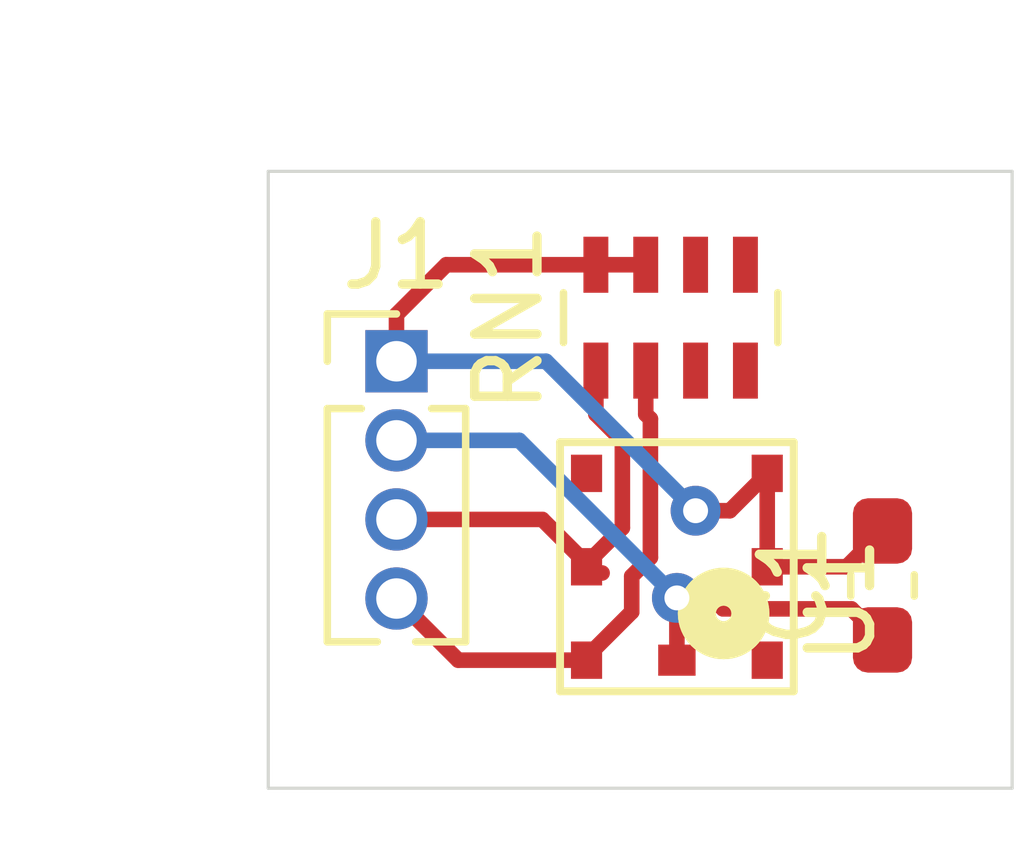
<source format=kicad_pcb>
(kicad_pcb (version 20211014) (generator pcbnew)
  (layers (0 "F.Cu" signal) (31 "B.Cu" signal) (34 "B.Paste" user) (35 "F.Paste" user) (36 "B.SilkS" user "B.Silkscreen") (37 "F.SilkS" user "F.Silkscreen") (38 "B.Mask" user) (39 "F.Mask" user) (44 "Edge.Cuts" user))
  (net 0 "")
  (net 1 "+3V3")
  (net 2 "GND")
  (net 3 "Net-(RN1-Pad5)")
  (net 4 "Net-(RN1-Pad6)")
  (net 5 "Net-(RN1-Pad4)")
  (net 6 "/SCL")
  (net 7 "Net-(RN1-Pad3)")
  (net 8 "/SDA")
  (net 9 "Net-(U1-Pad4)")
  (net 10 "Net-(U1-Pad1)")
  (footprint "Capacitor_SMD:C_0603_1608Metric_Pad1.05x0.95mm_HandSolder" (layer "F.Cu") (at 28.4 38.4 90)
    (fp_text reference "C1" (at 0 -1.43 90) (layer "F.SilkS"))
    (fp_text value "C104,0603")
    (fp_line (start -0.171267 0.51) (end 0.171267 0.51) (layer "F.SilkS") (width 0.12))
    (fp_line (start -0.171267 -0.51) (end 0.171267 -0.51) (layer "F.SilkS") (width 0.12))
    (pad "1" smd roundrect locked (at -0.875 0 90) (size 1.05 0.95) (layers "F.Cu" "F.Paste" "F.Mask") (net 2 "GND"))
    (pad "2" smd roundrect locked (at 0.875 0 90) (size 1.05 0.95) (layers "F.Cu" "F.Paste" "F.Mask") (net 1 "+3V3"))
  )
  (footprint "Resistor_SMD:R_Array_Concave_4x0603" (layer "F.Cu") (at 25 34.1 90)
    (fp_text reference "RN1" (at 0 -2.6 90) (layer "F.SilkS"))
    (fp_text value "RN_103,0603")
    (fp_line (start 0.4 1.72) (end -0.4 1.72) (layer "F.SilkS") (width 0.12))
    (fp_line (start 0.4 -1.72) (end -0.4 -1.72) (layer "F.SilkS") (width 0.12))
    (pad "1" smd rect locked (at -0.85 -1.2 90) (size 0.9 0.4) (layers "F.Cu" "F.Paste" "F.Mask") (net 6 "/SCL"))
    (pad "2" smd rect locked (at -0.85 -0.4 90) (size 0.9 0.4) (layers "F.Cu" "F.Paste" "F.Mask") (net 8 "/SDA"))
    (pad "3" smd rect locked (at -0.85 0.4 90) (size 0.9 0.4) (layers "F.Cu" "F.Paste" "F.Mask") (net 7 "Net-(RN1-Pad3)"))
    (pad "4" smd rect locked (at -0.85 1.2 90) (size 0.9 0.4) (layers "F.Cu" "F.Paste" "F.Mask") (net 5 "Net-(RN1-Pad4)"))
    (pad "5" smd rect locked (at 0.85 1.2 90) (size 0.9 0.4) (layers "F.Cu" "F.Paste" "F.Mask") (net 3 "Net-(RN1-Pad5)"))
    (pad "6" smd rect locked (at 0.85 0.4 90) (size 0.9 0.4) (layers "F.Cu" "F.Paste" "F.Mask") (net 4 "Net-(RN1-Pad6)"))
    (pad "7" smd rect locked (at 0.85 -0.4 90) (size 0.9 0.4) (layers "F.Cu" "F.Paste" "F.Mask") (net 1 "+3V3"))
    (pad "8" smd rect locked (at 0.85 -1.2 90) (size 0.9 0.4) (layers "F.Cu" "F.Paste" "F.Mask") (net 1 "+3V3"))
  )
  (footprint "footprint-lib:BMP180" (layer "F.Cu") (at 25.1 38.1 -90)
    (fp_text reference "U1" (at 0.54054 -2.63763 90) (layer "F.SilkS"))
    (fp_text value "BMP180" hide)
    (fp_line (start -2 1.875) (end 2 1.875) (layer "F.SilkS") (width 0.127))
    (fp_line (start -2 -1.875) (end -2 1.875) (layer "F.SilkS") (width 0.127))
    (fp_line (start 2 1.875) (end 2 -1.875) (layer "F.SilkS") (width 0.127))
    (fp_line (start 2 -1.875) (end -2 -1.875) (layer "F.SilkS") (width 0.127))
    (fp_circle (center 0.75 -0.75) (end 0.875 -0.75) (layer "F.SilkS") (width 0.6096) (fill none))
    (fp_circle (center 0.75 -0.75) (end 0.875 -0.75) (layer "F.SilkS") (width 0.6096) (fill none))
    (pad "1" smd rect locked (at 1.5 -1.45) (size 0.5 0.6) (layers "F.Cu" "F.Paste" "F.Mask") (net 10 "Net-(U1-Pad1)"))
    (pad "2" smd rect locked (at 0 -1.45) (size 0.5 0.6) (layers "F.Cu" "F.Paste" "F.Mask") (net 1 "+3V3"))
    (pad "3" smd rect locked (at -1.5 -1.45) (size 0.5 0.6) (layers "F.Cu" "F.Paste" "F.Mask") (net 1 "+3V3"))
    (pad "4" smd rect locked (at -1.5 1.45) (size 0.5 0.6) (layers "F.Cu" "F.Paste" "F.Mask") (net 9 "Net-(U1-Pad4)"))
    (pad "5" smd rect locked (at 0 1.45) (size 0.5 0.6) (layers "F.Cu" "F.Paste" "F.Mask") (net 6 "/SCL"))
    (pad "6" smd rect locked (at 1.5 1.45) (size 0.5 0.6) (layers "F.Cu" "F.Paste" "F.Mask") (net 8 "/SDA"))
    (pad "7" smd rect locked (at 1.5 0 90) (size 0.5 0.6) (layers "F.Cu" "F.Paste" "F.Mask") (net 2 "GND"))
  )
  (footprint "Connector_PinHeader_1.27mm:PinHeader_1x04_P1.27mm_Vertical" (layer "F.Cu") (at 20.6 34.8)
    (fp_text reference "J1" (at 0 -1.695) (layer "F.SilkS"))
    (fp_text value "BMP180_HEADER")
    (fp_line (start -1.11 0) (end -1.11 -0.76) (layer "F.SilkS") (width 0.12))
    (fp_line (start -1.11 0.76) (end -0.563471 0.76) (layer "F.SilkS") (width 0.12))
    (fp_line (start 1.11 0.76) (end 1.11 4.505) (layer "F.SilkS") (width 0.12))
    (fp_line (start -1.11 4.505) (end -0.30753 4.505) (layer "F.SilkS") (width 0.12))
    (fp_line (start 0.563471 0.76) (end 1.11 0.76) (layer "F.SilkS") (width 0.12))
    (fp_line (start -1.11 -0.76) (end 0 -0.76) (layer "F.SilkS") (width 0.12))
    (fp_line (start 0.30753 4.505) (end 1.11 4.505) (layer "F.SilkS") (width 0.12))
    (fp_line (start -1.11 0.76) (end -1.11 4.505) (layer "F.SilkS") (width 0.12))
    (pad "1" thru_hole rect locked (at 0 0) (size 1 1) (drill 0.65) (layers *.Cu *.Mask) (net 1 "+3V3"))
    (pad "2" thru_hole oval locked (at 0 1.27) (size 1 1) (drill 0.65) (layers *.Cu *.Mask) (net 2 "GND"))
    (pad "3" thru_hole oval locked (at 0 2.54) (size 1 1) (drill 0.65) (layers *.Cu *.Mask) (net 6 "/SCL"))
    (pad "4" thru_hole oval locked (at 0 3.81) (size 1 1) (drill 0.65) (layers *.Cu *.Mask) (net 8 "/SDA"))
  )
  (gr_line (start 30.48 31.75) (end 18.542 31.75) (layer "Edge.Cuts") (width 0.05))
  (gr_line (start 30.48 41.656) (end 30.48 31.75) (layer "Edge.Cuts") (width 0.05))
  (gr_line (start 18.542 41.656) (end 30.48 41.656) (layer "Edge.Cuts") (width 0.05))
  (gr_line (start 18.542 31.75) (end 18.542 41.656) (layer "Edge.Cuts") (width 0.05))
  (segment (start 25.400026 37.2) (end 25.95 37.2) (width 0.25) (layer "F.Cu") (net 1))
  (segment (start 27.825 38.1) (end 28.4 37.525) (width 0.25) (layer "F.Cu") (net 1))
  (segment (start 26.55 36.6) (end 26.55 38.1) (width 0.25) (layer "F.Cu") (net 1))
  (segment (start 26.55 38.1) (end 27.825 38.1) (width 0.25) (layer "F.Cu") (net 1))
  (segment (start 20.6 34.05) (end 20.6 34.8) (width 0.25) (layer "F.Cu") (net 1))
  (segment (start 21.4 33.25) (end 20.6 34.05) (width 0.25) (layer "F.Cu") (net 1))
  (segment (start 25.95 37.2) (end 26.55 36.6) (width 0.25) (layer "F.Cu") (net 1))
  (segment (start 24.6 33.25) (end 21.4 33.25) (width 0.25) (layer "F.Cu") (net 1))
  (via (at 25.400026 37.2) (size 0.8) (drill 0.4) (layers "F.Cu" "B.Cu") (net 1))
  (segment (start 20.6 34.8) (end 23.000026 34.8) (width 0.25) (layer "B.Cu") (net 1))
  (segment (start 23.000026 34.8) (end 25.400026 37.2) (width 0.25) (layer "B.Cu") (net 1))
  (segment (start 25.841613 38.775928) (end 25.665685 38.6) (width 0.25) (layer "F.Cu") (net 2))
  (segment (start 28.4 39.275) (end 27.900928 38.775928) (width 0.25) (layer "F.Cu") (net 2))
  (segment (start 27.900928 38.775928) (end 25.841613 38.775928) (width 0.25) (layer "F.Cu") (net 2))
  (segment (start 25.1 39.6) (end 25.1 38.6) (width 0.25) (layer "F.Cu") (net 2))
  (segment (start 25.665685 38.6) (end 25.1 38.6) (width 0.25) (layer "F.Cu") (net 2))
  (via (at 25.1 38.6) (size 0.8) (drill 0.4) (layers "F.Cu" "B.Cu") (net 2))
  (segment (start 22.57 36.07) (end 20.6 36.07) (width 0.25) (layer "B.Cu") (net 2))
  (segment (start 25.1 38.6) (end 22.57 36.07) (width 0.25) (layer "B.Cu") (net 2))
  (segment (start 23.8 35.65) (end 24.225001 36.075001) (width 0.25) (layer "F.Cu") (net 6))
  (segment (start 23.8 34.95) (end 23.8 35.65) (width 0.25) (layer "F.Cu") (net 6))
  (segment (start 20.6 37.34) (end 22.94 37.34) (width 0.25) (layer "F.Cu") (net 6))
  (segment (start 24.225001 36.075001) (end 24.225001 37.474999) (width 0.25) (layer "F.Cu") (net 6))
  (segment (start 24.225001 37.474999) (end 23.65 38.05) (width 0.25) (layer "F.Cu") (net 6))
  (segment (start 22.94 37.34) (end 23.8 38.2) (width 0.25) (layer "F.Cu") (net 6))
  (segment (start 23.65 38.05) (end 23.65 38.1) (width 0.25) (layer "F.Cu") (net 6))
  (segment (start 23.8 38.2) (end 23.9 38.2) (width 0.25) (layer "F.Cu") (net 6))
  (segment (start 23.65 39.6) (end 21.59 39.6) (width 0.25) (layer "F.Cu") (net 8))
  (segment (start 24.374998 38.251998) (end 24.675011 37.951985) (width 0.25) (layer "F.Cu") (net 8))
  (segment (start 24.675011 35.725011) (end 24.6 35.65) (width 0.25) (layer "F.Cu") (net 8))
  (segment (start 24.374998 38.825002) (end 24.374998 38.251998) (width 0.25) (layer "F.Cu") (net 8))
  (segment (start 24.6 35.65) (end 24.6 34.95) (width 0.25) (layer "F.Cu") (net 8))
  (segment (start 23.65 39.55) (end 24.374998 38.825002) (width 0.25) (layer "F.Cu") (net 8))
  (segment (start 24.675011 37.951985) (end 24.675011 35.725011) (width 0.25) (layer "F.Cu") (net 8))
  (segment (start 23.65 39.6) (end 23.65 39.55) (width 0.25) (layer "F.Cu") (net 8))
  (segment (start 21.59 39.6) (end 20.6 38.61) (width 0.25) (layer "F.Cu") (net 8))
)
</source>
